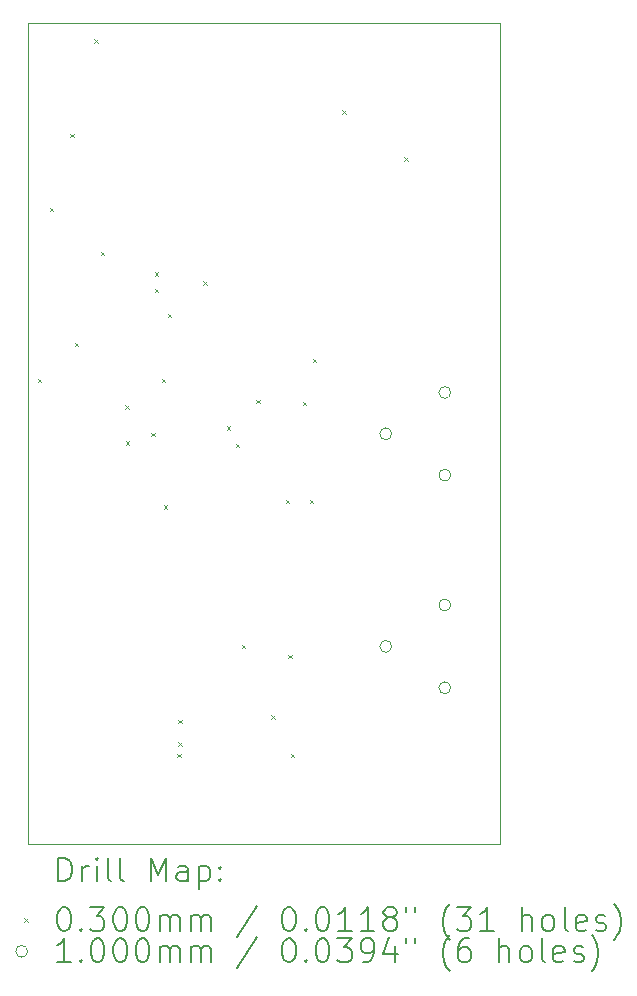
<source format=gbr>
%TF.GenerationSoftware,KiCad,Pcbnew,9.0.4*%
%TF.CreationDate,2025-10-04T23:29:17+02:00*%
%TF.ProjectId,zVMC_PCB,7a564d43-5f50-4434-922e-6b696361645f,rev?*%
%TF.SameCoordinates,Original*%
%TF.FileFunction,Drillmap*%
%TF.FilePolarity,Positive*%
%FSLAX45Y45*%
G04 Gerber Fmt 4.5, Leading zero omitted, Abs format (unit mm)*
G04 Created by KiCad (PCBNEW 9.0.4) date 2025-10-04 23:29:17*
%MOMM*%
%LPD*%
G01*
G04 APERTURE LIST*
%ADD10C,0.050000*%
%ADD11C,0.200000*%
%ADD12C,0.100000*%
G04 APERTURE END LIST*
D10*
X6000000Y-11050000D02*
X10000000Y-11050000D01*
X10000000Y-18000000D01*
X6000000Y-18000000D01*
X6000000Y-11050000D01*
D11*
D12*
X6085000Y-14060000D02*
X6115000Y-14090000D01*
X6115000Y-14060000D02*
X6085000Y-14090000D01*
X6185000Y-12610000D02*
X6215000Y-12640000D01*
X6215000Y-12610000D02*
X6185000Y-12640000D01*
X6360000Y-11985000D02*
X6390000Y-12015000D01*
X6390000Y-11985000D02*
X6360000Y-12015000D01*
X6395000Y-13755000D02*
X6425000Y-13785000D01*
X6425000Y-13755000D02*
X6395000Y-13785000D01*
X6560000Y-11185000D02*
X6590000Y-11215000D01*
X6590000Y-11185000D02*
X6560000Y-11215000D01*
X6615000Y-12985000D02*
X6645000Y-13015000D01*
X6645000Y-12985000D02*
X6615000Y-13015000D01*
X6825000Y-14285000D02*
X6855000Y-14315000D01*
X6855000Y-14285000D02*
X6825000Y-14315000D01*
X6830000Y-14590000D02*
X6860000Y-14620000D01*
X6860000Y-14590000D02*
X6830000Y-14620000D01*
X7045000Y-14515000D02*
X7075000Y-14545000D01*
X7075000Y-14515000D02*
X7045000Y-14545000D01*
X7075000Y-13155000D02*
X7105000Y-13185000D01*
X7105000Y-13155000D02*
X7075000Y-13185000D01*
X7075000Y-13295000D02*
X7105000Y-13325000D01*
X7105000Y-13295000D02*
X7075000Y-13325000D01*
X7135000Y-14060000D02*
X7165000Y-14090000D01*
X7165000Y-14060000D02*
X7135000Y-14090000D01*
X7150000Y-15130000D02*
X7180000Y-15160000D01*
X7180000Y-15130000D02*
X7150000Y-15160000D01*
X7185000Y-13510000D02*
X7215000Y-13540000D01*
X7215000Y-13510000D02*
X7185000Y-13540000D01*
X7265000Y-17235000D02*
X7295000Y-17265000D01*
X7295000Y-17235000D02*
X7265000Y-17265000D01*
X7275000Y-16945000D02*
X7305000Y-16975000D01*
X7305000Y-16945000D02*
X7275000Y-16975000D01*
X7275000Y-17135000D02*
X7305000Y-17165000D01*
X7305000Y-17135000D02*
X7275000Y-17165000D01*
X7485000Y-13235000D02*
X7515000Y-13265000D01*
X7515000Y-13235000D02*
X7485000Y-13265000D01*
X7685000Y-14460000D02*
X7715000Y-14490000D01*
X7715000Y-14460000D02*
X7685000Y-14490000D01*
X7760000Y-14610000D02*
X7790000Y-14640000D01*
X7790000Y-14610000D02*
X7760000Y-14640000D01*
X7810000Y-16310000D02*
X7840000Y-16340000D01*
X7840000Y-16310000D02*
X7810000Y-16340000D01*
X7935000Y-14235000D02*
X7965000Y-14265000D01*
X7965000Y-14235000D02*
X7935000Y-14265000D01*
X8060000Y-16910000D02*
X8090000Y-16940000D01*
X8090000Y-16910000D02*
X8060000Y-16940000D01*
X8185000Y-15085000D02*
X8215000Y-15115000D01*
X8215000Y-15085000D02*
X8185000Y-15115000D01*
X8205000Y-16395000D02*
X8235000Y-16425000D01*
X8235000Y-16395000D02*
X8205000Y-16425000D01*
X8225000Y-17235000D02*
X8255000Y-17265000D01*
X8255000Y-17235000D02*
X8225000Y-17265000D01*
X8328500Y-14253500D02*
X8358500Y-14283500D01*
X8358500Y-14253500D02*
X8328500Y-14283500D01*
X8385000Y-15085000D02*
X8415000Y-15115000D01*
X8415000Y-15085000D02*
X8385000Y-15115000D01*
X8410000Y-13890000D02*
X8440000Y-13920000D01*
X8440000Y-13890000D02*
X8410000Y-13920000D01*
X8660000Y-11785000D02*
X8690000Y-11815000D01*
X8690000Y-11785000D02*
X8660000Y-11815000D01*
X9185000Y-12185000D02*
X9215000Y-12215000D01*
X9215000Y-12185000D02*
X9185000Y-12215000D01*
X9080000Y-14525000D02*
G75*
G02*
X8980000Y-14525000I-50000J0D01*
G01*
X8980000Y-14525000D02*
G75*
G02*
X9080000Y-14525000I50000J0D01*
G01*
X9080000Y-16325000D02*
G75*
G02*
X8980000Y-16325000I-50000J0D01*
G01*
X8980000Y-16325000D02*
G75*
G02*
X9080000Y-16325000I50000J0D01*
G01*
X9580000Y-14175000D02*
G75*
G02*
X9480000Y-14175000I-50000J0D01*
G01*
X9480000Y-14175000D02*
G75*
G02*
X9580000Y-14175000I50000J0D01*
G01*
X9580000Y-14875000D02*
G75*
G02*
X9480000Y-14875000I-50000J0D01*
G01*
X9480000Y-14875000D02*
G75*
G02*
X9580000Y-14875000I50000J0D01*
G01*
X9580000Y-15975000D02*
G75*
G02*
X9480000Y-15975000I-50000J0D01*
G01*
X9480000Y-15975000D02*
G75*
G02*
X9580000Y-15975000I50000J0D01*
G01*
X9580000Y-16675000D02*
G75*
G02*
X9480000Y-16675000I-50000J0D01*
G01*
X9480000Y-16675000D02*
G75*
G02*
X9580000Y-16675000I50000J0D01*
G01*
D11*
X6258277Y-18313984D02*
X6258277Y-18113984D01*
X6258277Y-18113984D02*
X6305896Y-18113984D01*
X6305896Y-18113984D02*
X6334467Y-18123508D01*
X6334467Y-18123508D02*
X6353515Y-18142555D01*
X6353515Y-18142555D02*
X6363039Y-18161603D01*
X6363039Y-18161603D02*
X6372562Y-18199698D01*
X6372562Y-18199698D02*
X6372562Y-18228270D01*
X6372562Y-18228270D02*
X6363039Y-18266365D01*
X6363039Y-18266365D02*
X6353515Y-18285412D01*
X6353515Y-18285412D02*
X6334467Y-18304460D01*
X6334467Y-18304460D02*
X6305896Y-18313984D01*
X6305896Y-18313984D02*
X6258277Y-18313984D01*
X6458277Y-18313984D02*
X6458277Y-18180650D01*
X6458277Y-18218746D02*
X6467801Y-18199698D01*
X6467801Y-18199698D02*
X6477324Y-18190174D01*
X6477324Y-18190174D02*
X6496372Y-18180650D01*
X6496372Y-18180650D02*
X6515420Y-18180650D01*
X6582086Y-18313984D02*
X6582086Y-18180650D01*
X6582086Y-18113984D02*
X6572562Y-18123508D01*
X6572562Y-18123508D02*
X6582086Y-18133031D01*
X6582086Y-18133031D02*
X6591610Y-18123508D01*
X6591610Y-18123508D02*
X6582086Y-18113984D01*
X6582086Y-18113984D02*
X6582086Y-18133031D01*
X6705896Y-18313984D02*
X6686848Y-18304460D01*
X6686848Y-18304460D02*
X6677324Y-18285412D01*
X6677324Y-18285412D02*
X6677324Y-18113984D01*
X6810658Y-18313984D02*
X6791610Y-18304460D01*
X6791610Y-18304460D02*
X6782086Y-18285412D01*
X6782086Y-18285412D02*
X6782086Y-18113984D01*
X7039229Y-18313984D02*
X7039229Y-18113984D01*
X7039229Y-18113984D02*
X7105896Y-18256841D01*
X7105896Y-18256841D02*
X7172562Y-18113984D01*
X7172562Y-18113984D02*
X7172562Y-18313984D01*
X7353515Y-18313984D02*
X7353515Y-18209222D01*
X7353515Y-18209222D02*
X7343991Y-18190174D01*
X7343991Y-18190174D02*
X7324943Y-18180650D01*
X7324943Y-18180650D02*
X7286848Y-18180650D01*
X7286848Y-18180650D02*
X7267801Y-18190174D01*
X7353515Y-18304460D02*
X7334467Y-18313984D01*
X7334467Y-18313984D02*
X7286848Y-18313984D01*
X7286848Y-18313984D02*
X7267801Y-18304460D01*
X7267801Y-18304460D02*
X7258277Y-18285412D01*
X7258277Y-18285412D02*
X7258277Y-18266365D01*
X7258277Y-18266365D02*
X7267801Y-18247317D01*
X7267801Y-18247317D02*
X7286848Y-18237793D01*
X7286848Y-18237793D02*
X7334467Y-18237793D01*
X7334467Y-18237793D02*
X7353515Y-18228270D01*
X7448753Y-18180650D02*
X7448753Y-18380650D01*
X7448753Y-18190174D02*
X7467801Y-18180650D01*
X7467801Y-18180650D02*
X7505896Y-18180650D01*
X7505896Y-18180650D02*
X7524943Y-18190174D01*
X7524943Y-18190174D02*
X7534467Y-18199698D01*
X7534467Y-18199698D02*
X7543991Y-18218746D01*
X7543991Y-18218746D02*
X7543991Y-18275889D01*
X7543991Y-18275889D02*
X7534467Y-18294936D01*
X7534467Y-18294936D02*
X7524943Y-18304460D01*
X7524943Y-18304460D02*
X7505896Y-18313984D01*
X7505896Y-18313984D02*
X7467801Y-18313984D01*
X7467801Y-18313984D02*
X7448753Y-18304460D01*
X7629705Y-18294936D02*
X7639229Y-18304460D01*
X7639229Y-18304460D02*
X7629705Y-18313984D01*
X7629705Y-18313984D02*
X7620182Y-18304460D01*
X7620182Y-18304460D02*
X7629705Y-18294936D01*
X7629705Y-18294936D02*
X7629705Y-18313984D01*
X7629705Y-18190174D02*
X7639229Y-18199698D01*
X7639229Y-18199698D02*
X7629705Y-18209222D01*
X7629705Y-18209222D02*
X7620182Y-18199698D01*
X7620182Y-18199698D02*
X7629705Y-18190174D01*
X7629705Y-18190174D02*
X7629705Y-18209222D01*
D12*
X5967500Y-18627500D02*
X5997500Y-18657500D01*
X5997500Y-18627500D02*
X5967500Y-18657500D01*
D11*
X6296372Y-18533984D02*
X6315420Y-18533984D01*
X6315420Y-18533984D02*
X6334467Y-18543508D01*
X6334467Y-18543508D02*
X6343991Y-18553031D01*
X6343991Y-18553031D02*
X6353515Y-18572079D01*
X6353515Y-18572079D02*
X6363039Y-18610174D01*
X6363039Y-18610174D02*
X6363039Y-18657793D01*
X6363039Y-18657793D02*
X6353515Y-18695889D01*
X6353515Y-18695889D02*
X6343991Y-18714936D01*
X6343991Y-18714936D02*
X6334467Y-18724460D01*
X6334467Y-18724460D02*
X6315420Y-18733984D01*
X6315420Y-18733984D02*
X6296372Y-18733984D01*
X6296372Y-18733984D02*
X6277324Y-18724460D01*
X6277324Y-18724460D02*
X6267801Y-18714936D01*
X6267801Y-18714936D02*
X6258277Y-18695889D01*
X6258277Y-18695889D02*
X6248753Y-18657793D01*
X6248753Y-18657793D02*
X6248753Y-18610174D01*
X6248753Y-18610174D02*
X6258277Y-18572079D01*
X6258277Y-18572079D02*
X6267801Y-18553031D01*
X6267801Y-18553031D02*
X6277324Y-18543508D01*
X6277324Y-18543508D02*
X6296372Y-18533984D01*
X6448753Y-18714936D02*
X6458277Y-18724460D01*
X6458277Y-18724460D02*
X6448753Y-18733984D01*
X6448753Y-18733984D02*
X6439229Y-18724460D01*
X6439229Y-18724460D02*
X6448753Y-18714936D01*
X6448753Y-18714936D02*
X6448753Y-18733984D01*
X6524943Y-18533984D02*
X6648753Y-18533984D01*
X6648753Y-18533984D02*
X6582086Y-18610174D01*
X6582086Y-18610174D02*
X6610658Y-18610174D01*
X6610658Y-18610174D02*
X6629705Y-18619698D01*
X6629705Y-18619698D02*
X6639229Y-18629222D01*
X6639229Y-18629222D02*
X6648753Y-18648270D01*
X6648753Y-18648270D02*
X6648753Y-18695889D01*
X6648753Y-18695889D02*
X6639229Y-18714936D01*
X6639229Y-18714936D02*
X6629705Y-18724460D01*
X6629705Y-18724460D02*
X6610658Y-18733984D01*
X6610658Y-18733984D02*
X6553515Y-18733984D01*
X6553515Y-18733984D02*
X6534467Y-18724460D01*
X6534467Y-18724460D02*
X6524943Y-18714936D01*
X6772562Y-18533984D02*
X6791610Y-18533984D01*
X6791610Y-18533984D02*
X6810658Y-18543508D01*
X6810658Y-18543508D02*
X6820182Y-18553031D01*
X6820182Y-18553031D02*
X6829705Y-18572079D01*
X6829705Y-18572079D02*
X6839229Y-18610174D01*
X6839229Y-18610174D02*
X6839229Y-18657793D01*
X6839229Y-18657793D02*
X6829705Y-18695889D01*
X6829705Y-18695889D02*
X6820182Y-18714936D01*
X6820182Y-18714936D02*
X6810658Y-18724460D01*
X6810658Y-18724460D02*
X6791610Y-18733984D01*
X6791610Y-18733984D02*
X6772562Y-18733984D01*
X6772562Y-18733984D02*
X6753515Y-18724460D01*
X6753515Y-18724460D02*
X6743991Y-18714936D01*
X6743991Y-18714936D02*
X6734467Y-18695889D01*
X6734467Y-18695889D02*
X6724943Y-18657793D01*
X6724943Y-18657793D02*
X6724943Y-18610174D01*
X6724943Y-18610174D02*
X6734467Y-18572079D01*
X6734467Y-18572079D02*
X6743991Y-18553031D01*
X6743991Y-18553031D02*
X6753515Y-18543508D01*
X6753515Y-18543508D02*
X6772562Y-18533984D01*
X6963039Y-18533984D02*
X6982086Y-18533984D01*
X6982086Y-18533984D02*
X7001134Y-18543508D01*
X7001134Y-18543508D02*
X7010658Y-18553031D01*
X7010658Y-18553031D02*
X7020182Y-18572079D01*
X7020182Y-18572079D02*
X7029705Y-18610174D01*
X7029705Y-18610174D02*
X7029705Y-18657793D01*
X7029705Y-18657793D02*
X7020182Y-18695889D01*
X7020182Y-18695889D02*
X7010658Y-18714936D01*
X7010658Y-18714936D02*
X7001134Y-18724460D01*
X7001134Y-18724460D02*
X6982086Y-18733984D01*
X6982086Y-18733984D02*
X6963039Y-18733984D01*
X6963039Y-18733984D02*
X6943991Y-18724460D01*
X6943991Y-18724460D02*
X6934467Y-18714936D01*
X6934467Y-18714936D02*
X6924943Y-18695889D01*
X6924943Y-18695889D02*
X6915420Y-18657793D01*
X6915420Y-18657793D02*
X6915420Y-18610174D01*
X6915420Y-18610174D02*
X6924943Y-18572079D01*
X6924943Y-18572079D02*
X6934467Y-18553031D01*
X6934467Y-18553031D02*
X6943991Y-18543508D01*
X6943991Y-18543508D02*
X6963039Y-18533984D01*
X7115420Y-18733984D02*
X7115420Y-18600650D01*
X7115420Y-18619698D02*
X7124943Y-18610174D01*
X7124943Y-18610174D02*
X7143991Y-18600650D01*
X7143991Y-18600650D02*
X7172563Y-18600650D01*
X7172563Y-18600650D02*
X7191610Y-18610174D01*
X7191610Y-18610174D02*
X7201134Y-18629222D01*
X7201134Y-18629222D02*
X7201134Y-18733984D01*
X7201134Y-18629222D02*
X7210658Y-18610174D01*
X7210658Y-18610174D02*
X7229705Y-18600650D01*
X7229705Y-18600650D02*
X7258277Y-18600650D01*
X7258277Y-18600650D02*
X7277324Y-18610174D01*
X7277324Y-18610174D02*
X7286848Y-18629222D01*
X7286848Y-18629222D02*
X7286848Y-18733984D01*
X7382086Y-18733984D02*
X7382086Y-18600650D01*
X7382086Y-18619698D02*
X7391610Y-18610174D01*
X7391610Y-18610174D02*
X7410658Y-18600650D01*
X7410658Y-18600650D02*
X7439229Y-18600650D01*
X7439229Y-18600650D02*
X7458277Y-18610174D01*
X7458277Y-18610174D02*
X7467801Y-18629222D01*
X7467801Y-18629222D02*
X7467801Y-18733984D01*
X7467801Y-18629222D02*
X7477324Y-18610174D01*
X7477324Y-18610174D02*
X7496372Y-18600650D01*
X7496372Y-18600650D02*
X7524943Y-18600650D01*
X7524943Y-18600650D02*
X7543991Y-18610174D01*
X7543991Y-18610174D02*
X7553515Y-18629222D01*
X7553515Y-18629222D02*
X7553515Y-18733984D01*
X7943991Y-18524460D02*
X7772563Y-18781603D01*
X8201134Y-18533984D02*
X8220182Y-18533984D01*
X8220182Y-18533984D02*
X8239229Y-18543508D01*
X8239229Y-18543508D02*
X8248753Y-18553031D01*
X8248753Y-18553031D02*
X8258277Y-18572079D01*
X8258277Y-18572079D02*
X8267801Y-18610174D01*
X8267801Y-18610174D02*
X8267801Y-18657793D01*
X8267801Y-18657793D02*
X8258277Y-18695889D01*
X8258277Y-18695889D02*
X8248753Y-18714936D01*
X8248753Y-18714936D02*
X8239229Y-18724460D01*
X8239229Y-18724460D02*
X8220182Y-18733984D01*
X8220182Y-18733984D02*
X8201134Y-18733984D01*
X8201134Y-18733984D02*
X8182086Y-18724460D01*
X8182086Y-18724460D02*
X8172563Y-18714936D01*
X8172563Y-18714936D02*
X8163039Y-18695889D01*
X8163039Y-18695889D02*
X8153515Y-18657793D01*
X8153515Y-18657793D02*
X8153515Y-18610174D01*
X8153515Y-18610174D02*
X8163039Y-18572079D01*
X8163039Y-18572079D02*
X8172563Y-18553031D01*
X8172563Y-18553031D02*
X8182086Y-18543508D01*
X8182086Y-18543508D02*
X8201134Y-18533984D01*
X8353515Y-18714936D02*
X8363039Y-18724460D01*
X8363039Y-18724460D02*
X8353515Y-18733984D01*
X8353515Y-18733984D02*
X8343991Y-18724460D01*
X8343991Y-18724460D02*
X8353515Y-18714936D01*
X8353515Y-18714936D02*
X8353515Y-18733984D01*
X8486848Y-18533984D02*
X8505896Y-18533984D01*
X8505896Y-18533984D02*
X8524944Y-18543508D01*
X8524944Y-18543508D02*
X8534468Y-18553031D01*
X8534468Y-18553031D02*
X8543991Y-18572079D01*
X8543991Y-18572079D02*
X8553515Y-18610174D01*
X8553515Y-18610174D02*
X8553515Y-18657793D01*
X8553515Y-18657793D02*
X8543991Y-18695889D01*
X8543991Y-18695889D02*
X8534468Y-18714936D01*
X8534468Y-18714936D02*
X8524944Y-18724460D01*
X8524944Y-18724460D02*
X8505896Y-18733984D01*
X8505896Y-18733984D02*
X8486848Y-18733984D01*
X8486848Y-18733984D02*
X8467801Y-18724460D01*
X8467801Y-18724460D02*
X8458277Y-18714936D01*
X8458277Y-18714936D02*
X8448753Y-18695889D01*
X8448753Y-18695889D02*
X8439229Y-18657793D01*
X8439229Y-18657793D02*
X8439229Y-18610174D01*
X8439229Y-18610174D02*
X8448753Y-18572079D01*
X8448753Y-18572079D02*
X8458277Y-18553031D01*
X8458277Y-18553031D02*
X8467801Y-18543508D01*
X8467801Y-18543508D02*
X8486848Y-18533984D01*
X8743991Y-18733984D02*
X8629706Y-18733984D01*
X8686848Y-18733984D02*
X8686848Y-18533984D01*
X8686848Y-18533984D02*
X8667801Y-18562555D01*
X8667801Y-18562555D02*
X8648753Y-18581603D01*
X8648753Y-18581603D02*
X8629706Y-18591127D01*
X8934468Y-18733984D02*
X8820182Y-18733984D01*
X8877325Y-18733984D02*
X8877325Y-18533984D01*
X8877325Y-18533984D02*
X8858277Y-18562555D01*
X8858277Y-18562555D02*
X8839229Y-18581603D01*
X8839229Y-18581603D02*
X8820182Y-18591127D01*
X9048753Y-18619698D02*
X9029706Y-18610174D01*
X9029706Y-18610174D02*
X9020182Y-18600650D01*
X9020182Y-18600650D02*
X9010658Y-18581603D01*
X9010658Y-18581603D02*
X9010658Y-18572079D01*
X9010658Y-18572079D02*
X9020182Y-18553031D01*
X9020182Y-18553031D02*
X9029706Y-18543508D01*
X9029706Y-18543508D02*
X9048753Y-18533984D01*
X9048753Y-18533984D02*
X9086849Y-18533984D01*
X9086849Y-18533984D02*
X9105896Y-18543508D01*
X9105896Y-18543508D02*
X9115420Y-18553031D01*
X9115420Y-18553031D02*
X9124944Y-18572079D01*
X9124944Y-18572079D02*
X9124944Y-18581603D01*
X9124944Y-18581603D02*
X9115420Y-18600650D01*
X9115420Y-18600650D02*
X9105896Y-18610174D01*
X9105896Y-18610174D02*
X9086849Y-18619698D01*
X9086849Y-18619698D02*
X9048753Y-18619698D01*
X9048753Y-18619698D02*
X9029706Y-18629222D01*
X9029706Y-18629222D02*
X9020182Y-18638746D01*
X9020182Y-18638746D02*
X9010658Y-18657793D01*
X9010658Y-18657793D02*
X9010658Y-18695889D01*
X9010658Y-18695889D02*
X9020182Y-18714936D01*
X9020182Y-18714936D02*
X9029706Y-18724460D01*
X9029706Y-18724460D02*
X9048753Y-18733984D01*
X9048753Y-18733984D02*
X9086849Y-18733984D01*
X9086849Y-18733984D02*
X9105896Y-18724460D01*
X9105896Y-18724460D02*
X9115420Y-18714936D01*
X9115420Y-18714936D02*
X9124944Y-18695889D01*
X9124944Y-18695889D02*
X9124944Y-18657793D01*
X9124944Y-18657793D02*
X9115420Y-18638746D01*
X9115420Y-18638746D02*
X9105896Y-18629222D01*
X9105896Y-18629222D02*
X9086849Y-18619698D01*
X9201134Y-18533984D02*
X9201134Y-18572079D01*
X9277325Y-18533984D02*
X9277325Y-18572079D01*
X9572563Y-18810174D02*
X9563039Y-18800650D01*
X9563039Y-18800650D02*
X9543991Y-18772079D01*
X9543991Y-18772079D02*
X9534468Y-18753031D01*
X9534468Y-18753031D02*
X9524944Y-18724460D01*
X9524944Y-18724460D02*
X9515420Y-18676841D01*
X9515420Y-18676841D02*
X9515420Y-18638746D01*
X9515420Y-18638746D02*
X9524944Y-18591127D01*
X9524944Y-18591127D02*
X9534468Y-18562555D01*
X9534468Y-18562555D02*
X9543991Y-18543508D01*
X9543991Y-18543508D02*
X9563039Y-18514936D01*
X9563039Y-18514936D02*
X9572563Y-18505412D01*
X9629706Y-18533984D02*
X9753515Y-18533984D01*
X9753515Y-18533984D02*
X9686849Y-18610174D01*
X9686849Y-18610174D02*
X9715420Y-18610174D01*
X9715420Y-18610174D02*
X9734468Y-18619698D01*
X9734468Y-18619698D02*
X9743991Y-18629222D01*
X9743991Y-18629222D02*
X9753515Y-18648270D01*
X9753515Y-18648270D02*
X9753515Y-18695889D01*
X9753515Y-18695889D02*
X9743991Y-18714936D01*
X9743991Y-18714936D02*
X9734468Y-18724460D01*
X9734468Y-18724460D02*
X9715420Y-18733984D01*
X9715420Y-18733984D02*
X9658277Y-18733984D01*
X9658277Y-18733984D02*
X9639230Y-18724460D01*
X9639230Y-18724460D02*
X9629706Y-18714936D01*
X9943991Y-18733984D02*
X9829706Y-18733984D01*
X9886849Y-18733984D02*
X9886849Y-18533984D01*
X9886849Y-18533984D02*
X9867801Y-18562555D01*
X9867801Y-18562555D02*
X9848753Y-18581603D01*
X9848753Y-18581603D02*
X9829706Y-18591127D01*
X10182087Y-18733984D02*
X10182087Y-18533984D01*
X10267801Y-18733984D02*
X10267801Y-18629222D01*
X10267801Y-18629222D02*
X10258277Y-18610174D01*
X10258277Y-18610174D02*
X10239230Y-18600650D01*
X10239230Y-18600650D02*
X10210658Y-18600650D01*
X10210658Y-18600650D02*
X10191611Y-18610174D01*
X10191611Y-18610174D02*
X10182087Y-18619698D01*
X10391611Y-18733984D02*
X10372563Y-18724460D01*
X10372563Y-18724460D02*
X10363039Y-18714936D01*
X10363039Y-18714936D02*
X10353515Y-18695889D01*
X10353515Y-18695889D02*
X10353515Y-18638746D01*
X10353515Y-18638746D02*
X10363039Y-18619698D01*
X10363039Y-18619698D02*
X10372563Y-18610174D01*
X10372563Y-18610174D02*
X10391611Y-18600650D01*
X10391611Y-18600650D02*
X10420182Y-18600650D01*
X10420182Y-18600650D02*
X10439230Y-18610174D01*
X10439230Y-18610174D02*
X10448753Y-18619698D01*
X10448753Y-18619698D02*
X10458277Y-18638746D01*
X10458277Y-18638746D02*
X10458277Y-18695889D01*
X10458277Y-18695889D02*
X10448753Y-18714936D01*
X10448753Y-18714936D02*
X10439230Y-18724460D01*
X10439230Y-18724460D02*
X10420182Y-18733984D01*
X10420182Y-18733984D02*
X10391611Y-18733984D01*
X10572563Y-18733984D02*
X10553515Y-18724460D01*
X10553515Y-18724460D02*
X10543992Y-18705412D01*
X10543992Y-18705412D02*
X10543992Y-18533984D01*
X10724944Y-18724460D02*
X10705896Y-18733984D01*
X10705896Y-18733984D02*
X10667801Y-18733984D01*
X10667801Y-18733984D02*
X10648753Y-18724460D01*
X10648753Y-18724460D02*
X10639230Y-18705412D01*
X10639230Y-18705412D02*
X10639230Y-18629222D01*
X10639230Y-18629222D02*
X10648753Y-18610174D01*
X10648753Y-18610174D02*
X10667801Y-18600650D01*
X10667801Y-18600650D02*
X10705896Y-18600650D01*
X10705896Y-18600650D02*
X10724944Y-18610174D01*
X10724944Y-18610174D02*
X10734468Y-18629222D01*
X10734468Y-18629222D02*
X10734468Y-18648270D01*
X10734468Y-18648270D02*
X10639230Y-18667317D01*
X10810658Y-18724460D02*
X10829706Y-18733984D01*
X10829706Y-18733984D02*
X10867801Y-18733984D01*
X10867801Y-18733984D02*
X10886849Y-18724460D01*
X10886849Y-18724460D02*
X10896373Y-18705412D01*
X10896373Y-18705412D02*
X10896373Y-18695889D01*
X10896373Y-18695889D02*
X10886849Y-18676841D01*
X10886849Y-18676841D02*
X10867801Y-18667317D01*
X10867801Y-18667317D02*
X10839230Y-18667317D01*
X10839230Y-18667317D02*
X10820182Y-18657793D01*
X10820182Y-18657793D02*
X10810658Y-18638746D01*
X10810658Y-18638746D02*
X10810658Y-18629222D01*
X10810658Y-18629222D02*
X10820182Y-18610174D01*
X10820182Y-18610174D02*
X10839230Y-18600650D01*
X10839230Y-18600650D02*
X10867801Y-18600650D01*
X10867801Y-18600650D02*
X10886849Y-18610174D01*
X10963039Y-18810174D02*
X10972563Y-18800650D01*
X10972563Y-18800650D02*
X10991611Y-18772079D01*
X10991611Y-18772079D02*
X11001134Y-18753031D01*
X11001134Y-18753031D02*
X11010658Y-18724460D01*
X11010658Y-18724460D02*
X11020182Y-18676841D01*
X11020182Y-18676841D02*
X11020182Y-18638746D01*
X11020182Y-18638746D02*
X11010658Y-18591127D01*
X11010658Y-18591127D02*
X11001134Y-18562555D01*
X11001134Y-18562555D02*
X10991611Y-18543508D01*
X10991611Y-18543508D02*
X10972563Y-18514936D01*
X10972563Y-18514936D02*
X10963039Y-18505412D01*
D12*
X5997500Y-18906500D02*
G75*
G02*
X5897500Y-18906500I-50000J0D01*
G01*
X5897500Y-18906500D02*
G75*
G02*
X5997500Y-18906500I50000J0D01*
G01*
D11*
X6363039Y-18997984D02*
X6248753Y-18997984D01*
X6305896Y-18997984D02*
X6305896Y-18797984D01*
X6305896Y-18797984D02*
X6286848Y-18826555D01*
X6286848Y-18826555D02*
X6267801Y-18845603D01*
X6267801Y-18845603D02*
X6248753Y-18855127D01*
X6448753Y-18978936D02*
X6458277Y-18988460D01*
X6458277Y-18988460D02*
X6448753Y-18997984D01*
X6448753Y-18997984D02*
X6439229Y-18988460D01*
X6439229Y-18988460D02*
X6448753Y-18978936D01*
X6448753Y-18978936D02*
X6448753Y-18997984D01*
X6582086Y-18797984D02*
X6601134Y-18797984D01*
X6601134Y-18797984D02*
X6620182Y-18807508D01*
X6620182Y-18807508D02*
X6629705Y-18817031D01*
X6629705Y-18817031D02*
X6639229Y-18836079D01*
X6639229Y-18836079D02*
X6648753Y-18874174D01*
X6648753Y-18874174D02*
X6648753Y-18921793D01*
X6648753Y-18921793D02*
X6639229Y-18959889D01*
X6639229Y-18959889D02*
X6629705Y-18978936D01*
X6629705Y-18978936D02*
X6620182Y-18988460D01*
X6620182Y-18988460D02*
X6601134Y-18997984D01*
X6601134Y-18997984D02*
X6582086Y-18997984D01*
X6582086Y-18997984D02*
X6563039Y-18988460D01*
X6563039Y-18988460D02*
X6553515Y-18978936D01*
X6553515Y-18978936D02*
X6543991Y-18959889D01*
X6543991Y-18959889D02*
X6534467Y-18921793D01*
X6534467Y-18921793D02*
X6534467Y-18874174D01*
X6534467Y-18874174D02*
X6543991Y-18836079D01*
X6543991Y-18836079D02*
X6553515Y-18817031D01*
X6553515Y-18817031D02*
X6563039Y-18807508D01*
X6563039Y-18807508D02*
X6582086Y-18797984D01*
X6772562Y-18797984D02*
X6791610Y-18797984D01*
X6791610Y-18797984D02*
X6810658Y-18807508D01*
X6810658Y-18807508D02*
X6820182Y-18817031D01*
X6820182Y-18817031D02*
X6829705Y-18836079D01*
X6829705Y-18836079D02*
X6839229Y-18874174D01*
X6839229Y-18874174D02*
X6839229Y-18921793D01*
X6839229Y-18921793D02*
X6829705Y-18959889D01*
X6829705Y-18959889D02*
X6820182Y-18978936D01*
X6820182Y-18978936D02*
X6810658Y-18988460D01*
X6810658Y-18988460D02*
X6791610Y-18997984D01*
X6791610Y-18997984D02*
X6772562Y-18997984D01*
X6772562Y-18997984D02*
X6753515Y-18988460D01*
X6753515Y-18988460D02*
X6743991Y-18978936D01*
X6743991Y-18978936D02*
X6734467Y-18959889D01*
X6734467Y-18959889D02*
X6724943Y-18921793D01*
X6724943Y-18921793D02*
X6724943Y-18874174D01*
X6724943Y-18874174D02*
X6734467Y-18836079D01*
X6734467Y-18836079D02*
X6743991Y-18817031D01*
X6743991Y-18817031D02*
X6753515Y-18807508D01*
X6753515Y-18807508D02*
X6772562Y-18797984D01*
X6963039Y-18797984D02*
X6982086Y-18797984D01*
X6982086Y-18797984D02*
X7001134Y-18807508D01*
X7001134Y-18807508D02*
X7010658Y-18817031D01*
X7010658Y-18817031D02*
X7020182Y-18836079D01*
X7020182Y-18836079D02*
X7029705Y-18874174D01*
X7029705Y-18874174D02*
X7029705Y-18921793D01*
X7029705Y-18921793D02*
X7020182Y-18959889D01*
X7020182Y-18959889D02*
X7010658Y-18978936D01*
X7010658Y-18978936D02*
X7001134Y-18988460D01*
X7001134Y-18988460D02*
X6982086Y-18997984D01*
X6982086Y-18997984D02*
X6963039Y-18997984D01*
X6963039Y-18997984D02*
X6943991Y-18988460D01*
X6943991Y-18988460D02*
X6934467Y-18978936D01*
X6934467Y-18978936D02*
X6924943Y-18959889D01*
X6924943Y-18959889D02*
X6915420Y-18921793D01*
X6915420Y-18921793D02*
X6915420Y-18874174D01*
X6915420Y-18874174D02*
X6924943Y-18836079D01*
X6924943Y-18836079D02*
X6934467Y-18817031D01*
X6934467Y-18817031D02*
X6943991Y-18807508D01*
X6943991Y-18807508D02*
X6963039Y-18797984D01*
X7115420Y-18997984D02*
X7115420Y-18864650D01*
X7115420Y-18883698D02*
X7124943Y-18874174D01*
X7124943Y-18874174D02*
X7143991Y-18864650D01*
X7143991Y-18864650D02*
X7172563Y-18864650D01*
X7172563Y-18864650D02*
X7191610Y-18874174D01*
X7191610Y-18874174D02*
X7201134Y-18893222D01*
X7201134Y-18893222D02*
X7201134Y-18997984D01*
X7201134Y-18893222D02*
X7210658Y-18874174D01*
X7210658Y-18874174D02*
X7229705Y-18864650D01*
X7229705Y-18864650D02*
X7258277Y-18864650D01*
X7258277Y-18864650D02*
X7277324Y-18874174D01*
X7277324Y-18874174D02*
X7286848Y-18893222D01*
X7286848Y-18893222D02*
X7286848Y-18997984D01*
X7382086Y-18997984D02*
X7382086Y-18864650D01*
X7382086Y-18883698D02*
X7391610Y-18874174D01*
X7391610Y-18874174D02*
X7410658Y-18864650D01*
X7410658Y-18864650D02*
X7439229Y-18864650D01*
X7439229Y-18864650D02*
X7458277Y-18874174D01*
X7458277Y-18874174D02*
X7467801Y-18893222D01*
X7467801Y-18893222D02*
X7467801Y-18997984D01*
X7467801Y-18893222D02*
X7477324Y-18874174D01*
X7477324Y-18874174D02*
X7496372Y-18864650D01*
X7496372Y-18864650D02*
X7524943Y-18864650D01*
X7524943Y-18864650D02*
X7543991Y-18874174D01*
X7543991Y-18874174D02*
X7553515Y-18893222D01*
X7553515Y-18893222D02*
X7553515Y-18997984D01*
X7943991Y-18788460D02*
X7772563Y-19045603D01*
X8201134Y-18797984D02*
X8220182Y-18797984D01*
X8220182Y-18797984D02*
X8239229Y-18807508D01*
X8239229Y-18807508D02*
X8248753Y-18817031D01*
X8248753Y-18817031D02*
X8258277Y-18836079D01*
X8258277Y-18836079D02*
X8267801Y-18874174D01*
X8267801Y-18874174D02*
X8267801Y-18921793D01*
X8267801Y-18921793D02*
X8258277Y-18959889D01*
X8258277Y-18959889D02*
X8248753Y-18978936D01*
X8248753Y-18978936D02*
X8239229Y-18988460D01*
X8239229Y-18988460D02*
X8220182Y-18997984D01*
X8220182Y-18997984D02*
X8201134Y-18997984D01*
X8201134Y-18997984D02*
X8182086Y-18988460D01*
X8182086Y-18988460D02*
X8172563Y-18978936D01*
X8172563Y-18978936D02*
X8163039Y-18959889D01*
X8163039Y-18959889D02*
X8153515Y-18921793D01*
X8153515Y-18921793D02*
X8153515Y-18874174D01*
X8153515Y-18874174D02*
X8163039Y-18836079D01*
X8163039Y-18836079D02*
X8172563Y-18817031D01*
X8172563Y-18817031D02*
X8182086Y-18807508D01*
X8182086Y-18807508D02*
X8201134Y-18797984D01*
X8353515Y-18978936D02*
X8363039Y-18988460D01*
X8363039Y-18988460D02*
X8353515Y-18997984D01*
X8353515Y-18997984D02*
X8343991Y-18988460D01*
X8343991Y-18988460D02*
X8353515Y-18978936D01*
X8353515Y-18978936D02*
X8353515Y-18997984D01*
X8486848Y-18797984D02*
X8505896Y-18797984D01*
X8505896Y-18797984D02*
X8524944Y-18807508D01*
X8524944Y-18807508D02*
X8534468Y-18817031D01*
X8534468Y-18817031D02*
X8543991Y-18836079D01*
X8543991Y-18836079D02*
X8553515Y-18874174D01*
X8553515Y-18874174D02*
X8553515Y-18921793D01*
X8553515Y-18921793D02*
X8543991Y-18959889D01*
X8543991Y-18959889D02*
X8534468Y-18978936D01*
X8534468Y-18978936D02*
X8524944Y-18988460D01*
X8524944Y-18988460D02*
X8505896Y-18997984D01*
X8505896Y-18997984D02*
X8486848Y-18997984D01*
X8486848Y-18997984D02*
X8467801Y-18988460D01*
X8467801Y-18988460D02*
X8458277Y-18978936D01*
X8458277Y-18978936D02*
X8448753Y-18959889D01*
X8448753Y-18959889D02*
X8439229Y-18921793D01*
X8439229Y-18921793D02*
X8439229Y-18874174D01*
X8439229Y-18874174D02*
X8448753Y-18836079D01*
X8448753Y-18836079D02*
X8458277Y-18817031D01*
X8458277Y-18817031D02*
X8467801Y-18807508D01*
X8467801Y-18807508D02*
X8486848Y-18797984D01*
X8620182Y-18797984D02*
X8743991Y-18797984D01*
X8743991Y-18797984D02*
X8677325Y-18874174D01*
X8677325Y-18874174D02*
X8705896Y-18874174D01*
X8705896Y-18874174D02*
X8724944Y-18883698D01*
X8724944Y-18883698D02*
X8734468Y-18893222D01*
X8734468Y-18893222D02*
X8743991Y-18912270D01*
X8743991Y-18912270D02*
X8743991Y-18959889D01*
X8743991Y-18959889D02*
X8734468Y-18978936D01*
X8734468Y-18978936D02*
X8724944Y-18988460D01*
X8724944Y-18988460D02*
X8705896Y-18997984D01*
X8705896Y-18997984D02*
X8648753Y-18997984D01*
X8648753Y-18997984D02*
X8629706Y-18988460D01*
X8629706Y-18988460D02*
X8620182Y-18978936D01*
X8839229Y-18997984D02*
X8877325Y-18997984D01*
X8877325Y-18997984D02*
X8896372Y-18988460D01*
X8896372Y-18988460D02*
X8905896Y-18978936D01*
X8905896Y-18978936D02*
X8924944Y-18950365D01*
X8924944Y-18950365D02*
X8934468Y-18912270D01*
X8934468Y-18912270D02*
X8934468Y-18836079D01*
X8934468Y-18836079D02*
X8924944Y-18817031D01*
X8924944Y-18817031D02*
X8915420Y-18807508D01*
X8915420Y-18807508D02*
X8896372Y-18797984D01*
X8896372Y-18797984D02*
X8858277Y-18797984D01*
X8858277Y-18797984D02*
X8839229Y-18807508D01*
X8839229Y-18807508D02*
X8829706Y-18817031D01*
X8829706Y-18817031D02*
X8820182Y-18836079D01*
X8820182Y-18836079D02*
X8820182Y-18883698D01*
X8820182Y-18883698D02*
X8829706Y-18902746D01*
X8829706Y-18902746D02*
X8839229Y-18912270D01*
X8839229Y-18912270D02*
X8858277Y-18921793D01*
X8858277Y-18921793D02*
X8896372Y-18921793D01*
X8896372Y-18921793D02*
X8915420Y-18912270D01*
X8915420Y-18912270D02*
X8924944Y-18902746D01*
X8924944Y-18902746D02*
X8934468Y-18883698D01*
X9105896Y-18864650D02*
X9105896Y-18997984D01*
X9058277Y-18788460D02*
X9010658Y-18931317D01*
X9010658Y-18931317D02*
X9134468Y-18931317D01*
X9201134Y-18797984D02*
X9201134Y-18836079D01*
X9277325Y-18797984D02*
X9277325Y-18836079D01*
X9572563Y-19074174D02*
X9563039Y-19064650D01*
X9563039Y-19064650D02*
X9543991Y-19036079D01*
X9543991Y-19036079D02*
X9534468Y-19017031D01*
X9534468Y-19017031D02*
X9524944Y-18988460D01*
X9524944Y-18988460D02*
X9515420Y-18940841D01*
X9515420Y-18940841D02*
X9515420Y-18902746D01*
X9515420Y-18902746D02*
X9524944Y-18855127D01*
X9524944Y-18855127D02*
X9534468Y-18826555D01*
X9534468Y-18826555D02*
X9543991Y-18807508D01*
X9543991Y-18807508D02*
X9563039Y-18778936D01*
X9563039Y-18778936D02*
X9572563Y-18769412D01*
X9734468Y-18797984D02*
X9696372Y-18797984D01*
X9696372Y-18797984D02*
X9677325Y-18807508D01*
X9677325Y-18807508D02*
X9667801Y-18817031D01*
X9667801Y-18817031D02*
X9648753Y-18845603D01*
X9648753Y-18845603D02*
X9639230Y-18883698D01*
X9639230Y-18883698D02*
X9639230Y-18959889D01*
X9639230Y-18959889D02*
X9648753Y-18978936D01*
X9648753Y-18978936D02*
X9658277Y-18988460D01*
X9658277Y-18988460D02*
X9677325Y-18997984D01*
X9677325Y-18997984D02*
X9715420Y-18997984D01*
X9715420Y-18997984D02*
X9734468Y-18988460D01*
X9734468Y-18988460D02*
X9743991Y-18978936D01*
X9743991Y-18978936D02*
X9753515Y-18959889D01*
X9753515Y-18959889D02*
X9753515Y-18912270D01*
X9753515Y-18912270D02*
X9743991Y-18893222D01*
X9743991Y-18893222D02*
X9734468Y-18883698D01*
X9734468Y-18883698D02*
X9715420Y-18874174D01*
X9715420Y-18874174D02*
X9677325Y-18874174D01*
X9677325Y-18874174D02*
X9658277Y-18883698D01*
X9658277Y-18883698D02*
X9648753Y-18893222D01*
X9648753Y-18893222D02*
X9639230Y-18912270D01*
X9991611Y-18997984D02*
X9991611Y-18797984D01*
X10077325Y-18997984D02*
X10077325Y-18893222D01*
X10077325Y-18893222D02*
X10067801Y-18874174D01*
X10067801Y-18874174D02*
X10048753Y-18864650D01*
X10048753Y-18864650D02*
X10020182Y-18864650D01*
X10020182Y-18864650D02*
X10001134Y-18874174D01*
X10001134Y-18874174D02*
X9991611Y-18883698D01*
X10201134Y-18997984D02*
X10182087Y-18988460D01*
X10182087Y-18988460D02*
X10172563Y-18978936D01*
X10172563Y-18978936D02*
X10163039Y-18959889D01*
X10163039Y-18959889D02*
X10163039Y-18902746D01*
X10163039Y-18902746D02*
X10172563Y-18883698D01*
X10172563Y-18883698D02*
X10182087Y-18874174D01*
X10182087Y-18874174D02*
X10201134Y-18864650D01*
X10201134Y-18864650D02*
X10229706Y-18864650D01*
X10229706Y-18864650D02*
X10248753Y-18874174D01*
X10248753Y-18874174D02*
X10258277Y-18883698D01*
X10258277Y-18883698D02*
X10267801Y-18902746D01*
X10267801Y-18902746D02*
X10267801Y-18959889D01*
X10267801Y-18959889D02*
X10258277Y-18978936D01*
X10258277Y-18978936D02*
X10248753Y-18988460D01*
X10248753Y-18988460D02*
X10229706Y-18997984D01*
X10229706Y-18997984D02*
X10201134Y-18997984D01*
X10382087Y-18997984D02*
X10363039Y-18988460D01*
X10363039Y-18988460D02*
X10353515Y-18969412D01*
X10353515Y-18969412D02*
X10353515Y-18797984D01*
X10534468Y-18988460D02*
X10515420Y-18997984D01*
X10515420Y-18997984D02*
X10477325Y-18997984D01*
X10477325Y-18997984D02*
X10458277Y-18988460D01*
X10458277Y-18988460D02*
X10448753Y-18969412D01*
X10448753Y-18969412D02*
X10448753Y-18893222D01*
X10448753Y-18893222D02*
X10458277Y-18874174D01*
X10458277Y-18874174D02*
X10477325Y-18864650D01*
X10477325Y-18864650D02*
X10515420Y-18864650D01*
X10515420Y-18864650D02*
X10534468Y-18874174D01*
X10534468Y-18874174D02*
X10543992Y-18893222D01*
X10543992Y-18893222D02*
X10543992Y-18912270D01*
X10543992Y-18912270D02*
X10448753Y-18931317D01*
X10620182Y-18988460D02*
X10639230Y-18997984D01*
X10639230Y-18997984D02*
X10677325Y-18997984D01*
X10677325Y-18997984D02*
X10696373Y-18988460D01*
X10696373Y-18988460D02*
X10705896Y-18969412D01*
X10705896Y-18969412D02*
X10705896Y-18959889D01*
X10705896Y-18959889D02*
X10696373Y-18940841D01*
X10696373Y-18940841D02*
X10677325Y-18931317D01*
X10677325Y-18931317D02*
X10648753Y-18931317D01*
X10648753Y-18931317D02*
X10629706Y-18921793D01*
X10629706Y-18921793D02*
X10620182Y-18902746D01*
X10620182Y-18902746D02*
X10620182Y-18893222D01*
X10620182Y-18893222D02*
X10629706Y-18874174D01*
X10629706Y-18874174D02*
X10648753Y-18864650D01*
X10648753Y-18864650D02*
X10677325Y-18864650D01*
X10677325Y-18864650D02*
X10696373Y-18874174D01*
X10772563Y-19074174D02*
X10782087Y-19064650D01*
X10782087Y-19064650D02*
X10801134Y-19036079D01*
X10801134Y-19036079D02*
X10810658Y-19017031D01*
X10810658Y-19017031D02*
X10820182Y-18988460D01*
X10820182Y-18988460D02*
X10829706Y-18940841D01*
X10829706Y-18940841D02*
X10829706Y-18902746D01*
X10829706Y-18902746D02*
X10820182Y-18855127D01*
X10820182Y-18855127D02*
X10810658Y-18826555D01*
X10810658Y-18826555D02*
X10801134Y-18807508D01*
X10801134Y-18807508D02*
X10782087Y-18778936D01*
X10782087Y-18778936D02*
X10772563Y-18769412D01*
M02*

</source>
